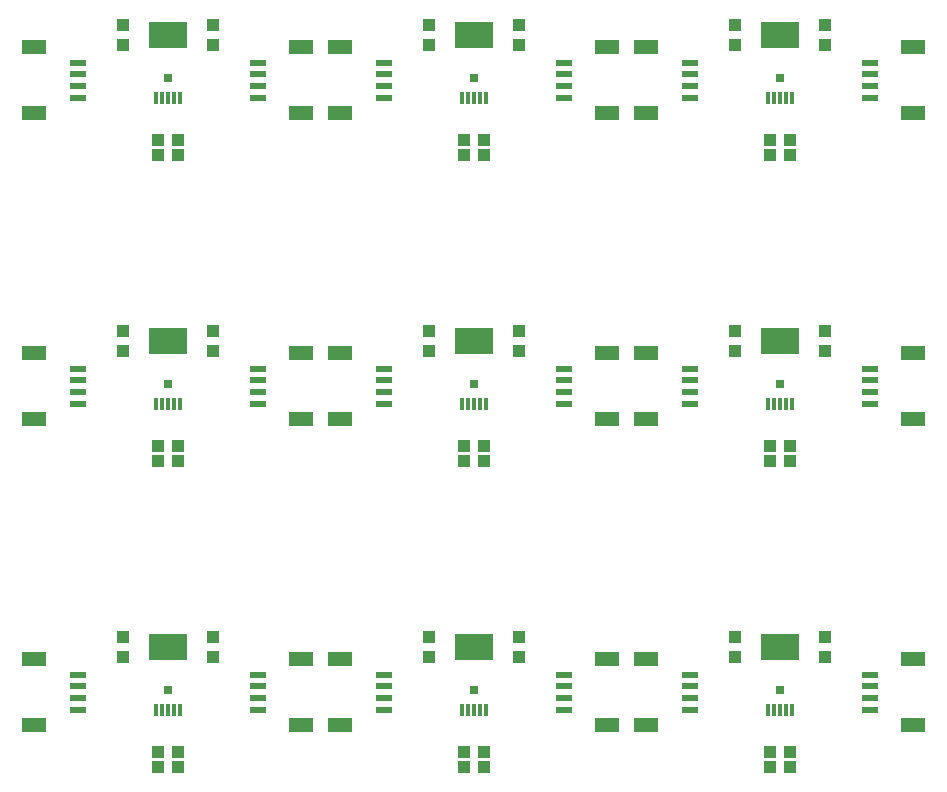
<source format=gtp>
G75*
%MOIN*%
%OFA0B0*%
%FSLAX25Y25*%
%IPPOS*%
%LPD*%
%AMOC8*
5,1,8,0,0,1.08239X$1,22.5*
%
%ADD10R,0.03937X0.04331*%
%ADD11R,0.13000X0.08800*%
%ADD12R,0.07874X0.04724*%
%ADD13R,0.05315X0.02362*%
%ADD14R,0.04331X0.03937*%
%ADD15R,0.01181X0.03937*%
%ADD16R,0.03150X0.03150*%
D10*
X0069000Y0111154D03*
X0069000Y0117846D03*
X0099000Y0117846D03*
X0099000Y0111154D03*
X0171000Y0111154D03*
X0171000Y0117846D03*
X0201000Y0117846D03*
X0201000Y0111154D03*
X0273000Y0111154D03*
X0273000Y0117846D03*
X0303000Y0117846D03*
X0303000Y0111154D03*
X0303000Y0213154D03*
X0303000Y0219846D03*
X0273000Y0219846D03*
X0273000Y0213154D03*
X0201000Y0213154D03*
X0201000Y0219846D03*
X0171000Y0219846D03*
X0171000Y0213154D03*
X0099000Y0213154D03*
X0099000Y0219846D03*
X0069000Y0219846D03*
X0069000Y0213154D03*
X0069000Y0315154D03*
X0069000Y0321846D03*
X0099000Y0321846D03*
X0099000Y0315154D03*
X0171000Y0315154D03*
X0171000Y0321846D03*
X0201000Y0321846D03*
X0201000Y0315154D03*
X0273000Y0315154D03*
X0273000Y0321846D03*
X0303000Y0321846D03*
X0303000Y0315154D03*
D11*
X0288000Y0318500D03*
X0186000Y0318500D03*
X0084000Y0318500D03*
X0084000Y0216500D03*
X0186000Y0216500D03*
X0288000Y0216500D03*
X0288000Y0114500D03*
X0186000Y0114500D03*
X0084000Y0114500D03*
D12*
X0128469Y0110524D03*
X0141531Y0110524D03*
X0141531Y0088476D03*
X0128469Y0088476D03*
X0039531Y0088476D03*
X0039531Y0110524D03*
X0039531Y0190476D03*
X0039531Y0212524D03*
X0128469Y0212524D03*
X0141531Y0212524D03*
X0141531Y0190476D03*
X0128469Y0190476D03*
X0230469Y0190476D03*
X0243531Y0190476D03*
X0243531Y0212524D03*
X0230469Y0212524D03*
X0230469Y0292476D03*
X0243531Y0292476D03*
X0243531Y0314524D03*
X0230469Y0314524D03*
X0141531Y0314524D03*
X0128469Y0314524D03*
X0128469Y0292476D03*
X0141531Y0292476D03*
X0039531Y0292476D03*
X0039531Y0314524D03*
X0230469Y0110524D03*
X0243531Y0110524D03*
X0243531Y0088476D03*
X0230469Y0088476D03*
X0332469Y0088476D03*
X0332469Y0110524D03*
X0332469Y0190476D03*
X0332469Y0212524D03*
X0332469Y0292476D03*
X0332469Y0314524D03*
D13*
X0318000Y0309406D03*
X0318000Y0305469D03*
X0318000Y0301531D03*
X0318000Y0297594D03*
X0258000Y0297594D03*
X0258000Y0301531D03*
X0258000Y0305469D03*
X0258000Y0309406D03*
X0216000Y0309406D03*
X0216000Y0305469D03*
X0216000Y0301531D03*
X0216000Y0297594D03*
X0156000Y0297594D03*
X0156000Y0301531D03*
X0156000Y0305469D03*
X0156000Y0309406D03*
X0114000Y0309406D03*
X0114000Y0305469D03*
X0114000Y0301531D03*
X0114000Y0297594D03*
X0054000Y0297594D03*
X0054000Y0301531D03*
X0054000Y0305469D03*
X0054000Y0309406D03*
X0054000Y0207406D03*
X0054000Y0203469D03*
X0054000Y0199531D03*
X0054000Y0195594D03*
X0114000Y0195594D03*
X0114000Y0199531D03*
X0114000Y0203469D03*
X0114000Y0207406D03*
X0156000Y0207406D03*
X0156000Y0203469D03*
X0156000Y0199531D03*
X0156000Y0195594D03*
X0216000Y0195594D03*
X0216000Y0199531D03*
X0216000Y0203469D03*
X0216000Y0207406D03*
X0258000Y0207406D03*
X0258000Y0203469D03*
X0258000Y0199531D03*
X0258000Y0195594D03*
X0318000Y0195594D03*
X0318000Y0199531D03*
X0318000Y0203469D03*
X0318000Y0207406D03*
X0318000Y0105406D03*
X0318000Y0101469D03*
X0318000Y0097531D03*
X0318000Y0093594D03*
X0258000Y0093594D03*
X0258000Y0097531D03*
X0258000Y0101469D03*
X0258000Y0105406D03*
X0216000Y0105406D03*
X0216000Y0101469D03*
X0216000Y0097531D03*
X0216000Y0093594D03*
X0156000Y0093594D03*
X0156000Y0097531D03*
X0156000Y0101469D03*
X0156000Y0105406D03*
X0114000Y0105406D03*
X0114000Y0101469D03*
X0114000Y0097531D03*
X0114000Y0093594D03*
X0054000Y0093594D03*
X0054000Y0097531D03*
X0054000Y0101469D03*
X0054000Y0105406D03*
D14*
X0080654Y0074500D03*
X0080654Y0079500D03*
X0087346Y0079500D03*
X0087346Y0074500D03*
X0182654Y0074500D03*
X0189346Y0074500D03*
X0189346Y0079500D03*
X0182654Y0079500D03*
X0284654Y0079500D03*
X0284654Y0074500D03*
X0291346Y0074500D03*
X0291346Y0079500D03*
X0291346Y0176500D03*
X0291346Y0181500D03*
X0284654Y0181500D03*
X0284654Y0176500D03*
X0189346Y0176500D03*
X0189346Y0181500D03*
X0182654Y0181500D03*
X0182654Y0176500D03*
X0087346Y0176500D03*
X0087346Y0181500D03*
X0080654Y0181500D03*
X0080654Y0176500D03*
X0080654Y0278500D03*
X0080654Y0283500D03*
X0087346Y0283500D03*
X0087346Y0278500D03*
X0182654Y0278500D03*
X0182654Y0283500D03*
X0189346Y0283500D03*
X0189346Y0278500D03*
X0284654Y0278500D03*
X0284654Y0283500D03*
X0291346Y0283500D03*
X0291346Y0278500D03*
D15*
X0291937Y0297594D03*
X0289969Y0297594D03*
X0288000Y0297594D03*
X0286031Y0297594D03*
X0284063Y0297594D03*
X0189937Y0297594D03*
X0187969Y0297594D03*
X0186000Y0297594D03*
X0184031Y0297594D03*
X0182063Y0297594D03*
X0087937Y0297594D03*
X0085969Y0297594D03*
X0084000Y0297594D03*
X0082031Y0297594D03*
X0080063Y0297594D03*
X0080063Y0195594D03*
X0082031Y0195594D03*
X0084000Y0195594D03*
X0085969Y0195594D03*
X0087937Y0195594D03*
X0182063Y0195594D03*
X0184031Y0195594D03*
X0186000Y0195594D03*
X0187969Y0195594D03*
X0189937Y0195594D03*
X0284063Y0195594D03*
X0286031Y0195594D03*
X0288000Y0195594D03*
X0289969Y0195594D03*
X0291937Y0195594D03*
X0291937Y0093594D03*
X0289969Y0093594D03*
X0288000Y0093594D03*
X0286031Y0093594D03*
X0284063Y0093594D03*
X0189937Y0093594D03*
X0187969Y0093594D03*
X0186000Y0093594D03*
X0184031Y0093594D03*
X0182063Y0093594D03*
X0087937Y0093594D03*
X0085969Y0093594D03*
X0084000Y0093594D03*
X0082031Y0093594D03*
X0080063Y0093594D03*
D16*
X0084000Y0100287D03*
X0186000Y0100287D03*
X0288000Y0100287D03*
X0288000Y0202287D03*
X0186000Y0202287D03*
X0084000Y0202287D03*
X0084000Y0304287D03*
X0186000Y0304287D03*
X0288000Y0304287D03*
M02*

</source>
